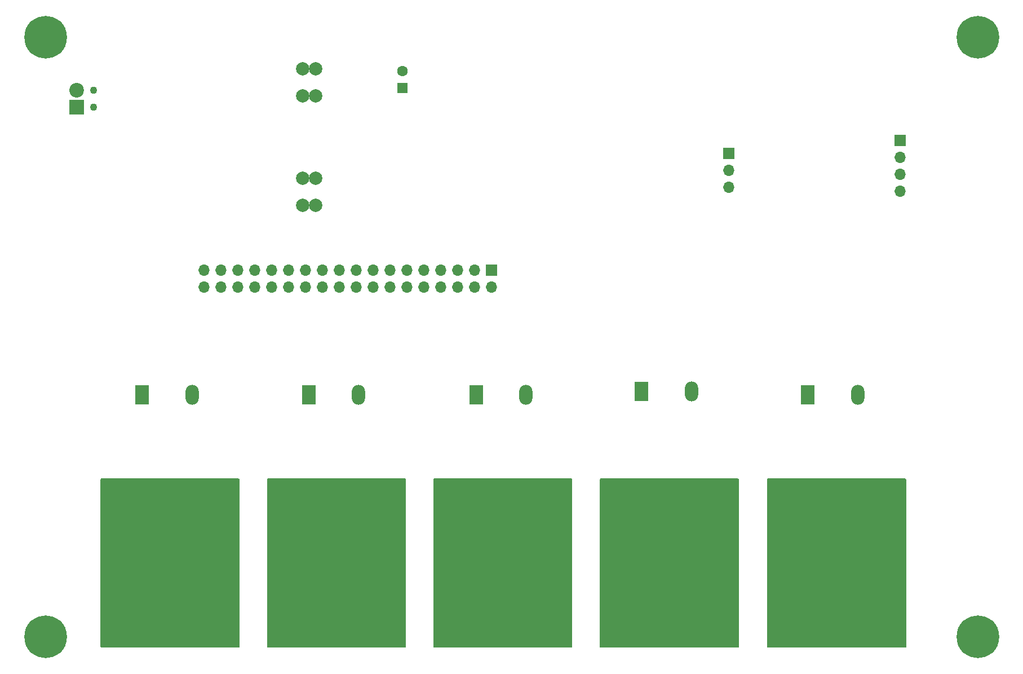
<source format=gbs>
%TF.GenerationSoftware,KiCad,Pcbnew,(6.0.5)*%
%TF.CreationDate,2022-06-14T20:52:32+02:00*%
%TF.ProjectId,SmartWatering,536d6172-7457-4617-9465-72696e672e6b,rev?*%
%TF.SameCoordinates,Original*%
%TF.FileFunction,Soldermask,Bot*%
%TF.FilePolarity,Negative*%
%FSLAX46Y46*%
G04 Gerber Fmt 4.6, Leading zero omitted, Abs format (unit mm)*
G04 Created by KiCad (PCBNEW (6.0.5)) date 2022-06-14 20:52:32*
%MOMM*%
%LPD*%
G01*
G04 APERTURE LIST*
%ADD10O,3.000000X2.000000*%
%ADD11R,2.000000X3.000000*%
%ADD12O,2.000000X3.000000*%
%ADD13R,1.700000X1.700000*%
%ADD14O,1.700000X1.700000*%
%ADD15C,0.800000*%
%ADD16C,6.400000*%
%ADD17C,1.100000*%
%ADD18R,2.200000X2.200000*%
%ADD19C,2.200000*%
%ADD20R,1.600000X1.600000*%
%ADD21C,1.600000*%
%ADD22C,2.000000*%
G04 APERTURE END LIST*
D10*
%TO.C,K2*%
X72000000Y-99000000D03*
X64500000Y-99000000D03*
X64500000Y-93960000D03*
X72000000Y-93960000D03*
X72000000Y-104040000D03*
X64500000Y-104040000D03*
D11*
X64500000Y-78700000D03*
D12*
X72000000Y-78700000D03*
%TD*%
D13*
%TO.C,J8*%
X127630000Y-42470000D03*
D14*
X127630000Y-45010000D03*
X127630000Y-47550000D03*
%TD*%
D15*
%TO.C, *%
X23302944Y-26697056D03*
X25000000Y-27400000D03*
D16*
X25000000Y-25000000D03*
D15*
X26697056Y-26697056D03*
X27400000Y-25000000D03*
X23302944Y-23302944D03*
X22600000Y-25000000D03*
X25000000Y-22600000D03*
X26697056Y-23302944D03*
%TD*%
D17*
%TO.C,J4*%
X118250000Y-113730000D03*
X120790000Y-113730000D03*
X115710000Y-113730000D03*
D18*
X115710000Y-111190000D03*
D19*
X118250000Y-111190000D03*
X120790000Y-111190000D03*
%TD*%
D20*
%TO.C,C1*%
X78610000Y-32622380D03*
D21*
X78610000Y-30122380D03*
%TD*%
D10*
%TO.C,K3*%
X97170000Y-99000000D03*
X89670000Y-99000000D03*
X97170000Y-93960000D03*
X89670000Y-93960000D03*
X89670000Y-104040000D03*
X97170000Y-104040000D03*
D11*
X89670000Y-78700000D03*
D12*
X97170000Y-78700000D03*
%TD*%
D13*
%TO.C,J9*%
X91985000Y-59955000D03*
D14*
X91985000Y-62495000D03*
X89445000Y-59955000D03*
X89445000Y-62495000D03*
X86905000Y-59955000D03*
X86905000Y-62495000D03*
X84365000Y-59955000D03*
X84365000Y-62495000D03*
X81825000Y-59955000D03*
X81825000Y-62495000D03*
X79285000Y-59955000D03*
X79285000Y-62495000D03*
X76745000Y-59955000D03*
X76745000Y-62495000D03*
X74205000Y-59955000D03*
X74205000Y-62495000D03*
X71665000Y-59955000D03*
X71665000Y-62495000D03*
X69125000Y-59955000D03*
X69125000Y-62495000D03*
X66585000Y-59955000D03*
X66585000Y-62495000D03*
X64045000Y-59955000D03*
X64045000Y-62495000D03*
X61505000Y-59955000D03*
X61505000Y-62495000D03*
X58965000Y-59955000D03*
X58965000Y-62495000D03*
X56425000Y-59955000D03*
X56425000Y-62495000D03*
X53885000Y-59955000D03*
X53885000Y-62495000D03*
X51345000Y-59955000D03*
X51345000Y-62495000D03*
X48805000Y-59955000D03*
X48805000Y-62495000D03*
%TD*%
D10*
%TO.C,K1*%
X47000000Y-99000000D03*
X39500000Y-99000000D03*
X47000000Y-93960000D03*
X39500000Y-93960000D03*
X47000000Y-104040000D03*
X39500000Y-104040000D03*
D11*
X39500000Y-78700000D03*
D12*
X47000000Y-78700000D03*
%TD*%
D17*
%TO.C,J6*%
X32228900Y-35506200D03*
X32228900Y-32966200D03*
D18*
X29688900Y-35506200D03*
D19*
X29688900Y-32966200D03*
%TD*%
D15*
%TO.C, *%
X22600000Y-115000000D03*
X25000000Y-112600000D03*
X25000000Y-117400000D03*
D16*
X25000000Y-115000000D03*
D15*
X23302944Y-116697056D03*
X26697056Y-116697056D03*
X27400000Y-115000000D03*
X26697056Y-113302944D03*
X23302944Y-113302944D03*
%TD*%
D10*
%TO.C,K5*%
X139500000Y-99000000D03*
X147000000Y-99000000D03*
X139500000Y-93960000D03*
X147000000Y-93960000D03*
X147000000Y-104040000D03*
X139500000Y-104040000D03*
D11*
X139500000Y-78700000D03*
D12*
X147000000Y-78700000D03*
%TD*%
D10*
%TO.C,K4*%
X122000000Y-98470000D03*
X114500000Y-98470000D03*
X122000000Y-93430000D03*
X114500000Y-93430000D03*
X114500000Y-103510000D03*
X122000000Y-103510000D03*
D11*
X114500000Y-78170000D03*
D12*
X122000000Y-78170000D03*
%TD*%
D17*
%TO.C,J1*%
X43250000Y-113710000D03*
X40710000Y-113710000D03*
X45790000Y-113710000D03*
D18*
X40710000Y-111170000D03*
D19*
X43250000Y-111170000D03*
X45790000Y-111170000D03*
%TD*%
D15*
%TO.C, *%
X166697056Y-116697056D03*
X166697056Y-113302944D03*
X165000000Y-112600000D03*
X163302944Y-116697056D03*
X165000000Y-117400000D03*
X162600000Y-115000000D03*
X163302944Y-113302944D03*
D16*
X165000000Y-115000000D03*
D15*
X167400000Y-115000000D03*
%TD*%
D17*
%TO.C,J2*%
X70790000Y-113710000D03*
X65710000Y-113710000D03*
X68250000Y-113710000D03*
D18*
X65710000Y-111170000D03*
D19*
X68250000Y-111170000D03*
X70790000Y-111170000D03*
%TD*%
D13*
%TO.C,J7*%
X153380000Y-40490000D03*
D14*
X153380000Y-43030000D03*
X153380000Y-45570000D03*
X153380000Y-48110000D03*
%TD*%
D17*
%TO.C,J3*%
X95790000Y-113710000D03*
X93250000Y-113710000D03*
X90710000Y-113710000D03*
D18*
X90710000Y-111170000D03*
D19*
X93250000Y-111170000D03*
X95790000Y-111170000D03*
%TD*%
D17*
%TO.C,J5*%
X145790000Y-113710000D03*
X140710000Y-113710000D03*
X143250000Y-113710000D03*
D18*
X140710000Y-111170000D03*
D19*
X143250000Y-111170000D03*
X145790000Y-111170000D03*
%TD*%
D22*
%TO.C,U3*%
X65578900Y-50225000D03*
X63578900Y-46225000D03*
X65578900Y-46225000D03*
X63578900Y-50225000D03*
%TD*%
D15*
%TO.C, *%
X162600000Y-25000000D03*
X165000000Y-22600000D03*
X163302944Y-23302944D03*
X163302944Y-26697056D03*
X165000000Y-27400000D03*
D16*
X165000000Y-25000000D03*
D15*
X167400000Y-25000000D03*
X166697056Y-23302944D03*
X166697056Y-26697056D03*
%TD*%
D22*
%TO.C,U2*%
X63578900Y-29801200D03*
X65578900Y-29801200D03*
X63578900Y-33801200D03*
X65578900Y-33801200D03*
%TD*%
G36*
X54052121Y-91280002D02*
G01*
X54098614Y-91333658D01*
X54110000Y-91386000D01*
X54110000Y-116534000D01*
X54089998Y-116602121D01*
X54036342Y-116648614D01*
X53984000Y-116660000D01*
X33376000Y-116660000D01*
X33307879Y-116639998D01*
X33261386Y-116586342D01*
X33250000Y-116534000D01*
X33250000Y-91386000D01*
X33270002Y-91317879D01*
X33323658Y-91271386D01*
X33376000Y-91260000D01*
X53984000Y-91260000D01*
X54052121Y-91280002D01*
G37*
G36*
X79052121Y-91280002D02*
G01*
X79098614Y-91333658D01*
X79110000Y-91386000D01*
X79110000Y-116534000D01*
X79089998Y-116602121D01*
X79036342Y-116648614D01*
X78984000Y-116660000D01*
X58376000Y-116660000D01*
X58307879Y-116639998D01*
X58261386Y-116586342D01*
X58250000Y-116534000D01*
X58250000Y-91386000D01*
X58270002Y-91317879D01*
X58323658Y-91271386D01*
X58376000Y-91260000D01*
X78984000Y-91260000D01*
X79052121Y-91280002D01*
G37*
G36*
X129052121Y-91280002D02*
G01*
X129098614Y-91333658D01*
X129110000Y-91386000D01*
X129110000Y-116534000D01*
X129089998Y-116602121D01*
X129036342Y-116648614D01*
X128984000Y-116660000D01*
X108376000Y-116660000D01*
X108307879Y-116639998D01*
X108261386Y-116586342D01*
X108250000Y-116534000D01*
X108250000Y-91386000D01*
X108270002Y-91317879D01*
X108323658Y-91271386D01*
X108376000Y-91260000D01*
X128984000Y-91260000D01*
X129052121Y-91280002D01*
G37*
G36*
X104052121Y-91280002D02*
G01*
X104098614Y-91333658D01*
X104110000Y-91386000D01*
X104110000Y-116534000D01*
X104089998Y-116602121D01*
X104036342Y-116648614D01*
X103984000Y-116660000D01*
X83376000Y-116660000D01*
X83307879Y-116639998D01*
X83261386Y-116586342D01*
X83250000Y-116534000D01*
X83250000Y-91386000D01*
X83270002Y-91317879D01*
X83323658Y-91271386D01*
X83376000Y-91260000D01*
X103984000Y-91260000D01*
X104052121Y-91280002D01*
G37*
G36*
X154192121Y-91280002D02*
G01*
X154238614Y-91333658D01*
X154250000Y-91386000D01*
X154250000Y-116534000D01*
X154229998Y-116602121D01*
X154176342Y-116648614D01*
X154124000Y-116660000D01*
X133516000Y-116660000D01*
X133447879Y-116639998D01*
X133401386Y-116586342D01*
X133390000Y-116534000D01*
X133390000Y-91386000D01*
X133410002Y-91317879D01*
X133463658Y-91271386D01*
X133516000Y-91260000D01*
X154124000Y-91260000D01*
X154192121Y-91280002D01*
G37*
M02*

</source>
